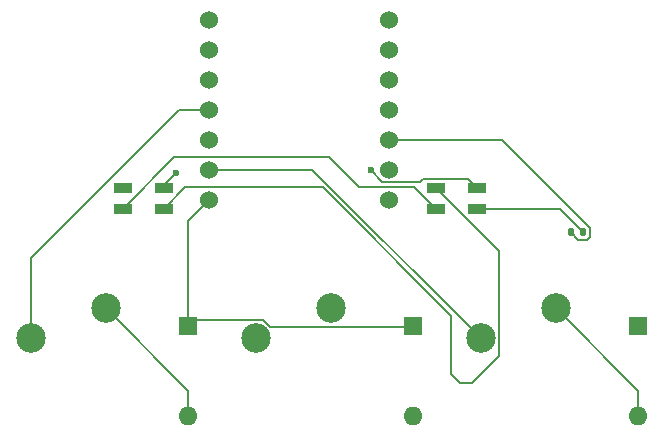
<source format=gbr>
%TF.GenerationSoftware,KiCad,Pcbnew,9.0.2*%
%TF.CreationDate,2025-06-03T16:06:49-07:00*%
%TF.ProjectId,osu_keypad,6f73755f-6b65-4797-9061-642e6b696361,rev?*%
%TF.SameCoordinates,Original*%
%TF.FileFunction,Copper,L1,Top*%
%TF.FilePolarity,Positive*%
%FSLAX46Y46*%
G04 Gerber Fmt 4.6, Leading zero omitted, Abs format (unit mm)*
G04 Created by KiCad (PCBNEW 9.0.2) date 2025-06-03 16:06:49*
%MOMM*%
%LPD*%
G01*
G04 APERTURE LIST*
G04 Aperture macros list*
%AMRoundRect*
0 Rectangle with rounded corners*
0 $1 Rounding radius*
0 $2 $3 $4 $5 $6 $7 $8 $9 X,Y pos of 4 corners*
0 Add a 4 corners polygon primitive as box body*
4,1,4,$2,$3,$4,$5,$6,$7,$8,$9,$2,$3,0*
0 Add four circle primitives for the rounded corners*
1,1,$1+$1,$2,$3*
1,1,$1+$1,$4,$5*
1,1,$1+$1,$6,$7*
1,1,$1+$1,$8,$9*
0 Add four rect primitives between the rounded corners*
20,1,$1+$1,$2,$3,$4,$5,0*
20,1,$1+$1,$4,$5,$6,$7,0*
20,1,$1+$1,$6,$7,$8,$9,0*
20,1,$1+$1,$8,$9,$2,$3,0*%
G04 Aperture macros list end*
%TA.AperFunction,SMDPad,CuDef*%
%ADD10R,1.600000X0.850000*%
%TD*%
%TA.AperFunction,ComponentPad*%
%ADD11C,2.500000*%
%TD*%
%TA.AperFunction,SMDPad,CuDef*%
%ADD12RoundRect,0.135000X-0.135000X-0.185000X0.135000X-0.185000X0.135000X0.185000X-0.135000X0.185000X0*%
%TD*%
%TA.AperFunction,ComponentPad*%
%ADD13R,1.600000X1.600000*%
%TD*%
%TA.AperFunction,ComponentPad*%
%ADD14O,1.600000X1.600000*%
%TD*%
%TA.AperFunction,ComponentPad*%
%ADD15C,1.524000*%
%TD*%
%TA.AperFunction,ViaPad*%
%ADD16C,0.600000*%
%TD*%
%TA.AperFunction,Conductor*%
%ADD17C,0.200000*%
%TD*%
G04 APERTURE END LIST*
D10*
%TO.P,D5,1,DOUT*%
%TO.N,unconnected-(D5-DOUT-Pad1)*%
X99225000Y-79975000D03*
%TO.P,D5,2,VSS*%
%TO.N,GND*%
X99225000Y-81725000D03*
%TO.P,D5,3,DIN*%
%TO.N,Net-(D4-DOUT)*%
X102725000Y-81725000D03*
%TO.P,D5,4,VDD*%
%TO.N,+5V*%
X102725000Y-79975000D03*
%TD*%
D11*
%TO.P,S2,1,1*%
%TO.N,C2*%
X110490000Y-92710000D03*
%TO.P,S2,2,2*%
%TO.N,Net-(D2-A)*%
X116840000Y-90170000D03*
%TD*%
D12*
%TO.P,R1(100R)1,1*%
%TO.N,Net-(U2-GPIO6{slash}SDA)*%
X137205000Y-83725000D03*
%TO.P,R1(100R)1,2*%
%TO.N,DIN*%
X138225000Y-83725000D03*
%TD*%
D10*
%TO.P,D4,1,DOUT*%
%TO.N,Net-(D4-DOUT)*%
X125725000Y-79975000D03*
%TO.P,D4,2,VSS*%
%TO.N,GND*%
X125725000Y-81725000D03*
%TO.P,D4,3,DIN*%
%TO.N,DIN*%
X129225000Y-81725000D03*
%TO.P,D4,4,VDD*%
%TO.N,+5V*%
X129225000Y-79975000D03*
%TD*%
D11*
%TO.P,S1,1,1*%
%TO.N,C1*%
X91440000Y-92710000D03*
%TO.P,S1,2,2*%
%TO.N,Net-(D1-A)*%
X97790000Y-90170000D03*
%TD*%
%TO.P,S3,1,1*%
%TO.N,C3*%
X129540000Y-92710000D03*
%TO.P,S3,2,2*%
%TO.N,Net-(D3-A)*%
X135890000Y-90170000D03*
%TD*%
D13*
%TO.P,D3,1,K*%
%TO.N,R1*%
X142875000Y-91678125D03*
D14*
%TO.P,D3,2,A*%
%TO.N,Net-(D3-A)*%
X142875000Y-99298125D03*
%TD*%
D13*
%TO.P,D2,1,K*%
%TO.N,R1*%
X123825000Y-91678125D03*
D14*
%TO.P,D2,2,A*%
%TO.N,Net-(D2-A)*%
X123825000Y-99298125D03*
%TD*%
D15*
%TO.P,U2,1,GPIO26/ADC0/A0*%
%TO.N,unconnected-(U2-GPIO26{slash}ADC0{slash}A0-Pad1)*%
X121799375Y-65722500D03*
%TO.P,U2,2,GPIO27/ADC1/A1*%
%TO.N,unconnected-(U2-GPIO27{slash}ADC1{slash}A1-Pad2)*%
X121799375Y-68262500D03*
%TO.P,U2,3,GPIO28/ADC2/A2*%
%TO.N,unconnected-(U2-GPIO28{slash}ADC2{slash}A2-Pad3)*%
X121799375Y-70802500D03*
%TO.P,U2,4,GPIO29/ADC3/A3*%
%TO.N,unconnected-(U2-GPIO29{slash}ADC3{slash}A3-Pad4)*%
X121799375Y-73342500D03*
%TO.P,U2,5,GPIO6/SDA*%
%TO.N,Net-(U2-GPIO6{slash}SDA)*%
X121799375Y-75882500D03*
%TO.P,U2,6,GPIO7/SCL*%
%TO.N,unconnected-(U2-GPIO7{slash}SCL-Pad6)*%
X121799375Y-78422500D03*
%TO.P,U2,7,GPIO0/TX*%
%TO.N,unconnected-(U2-GPIO0{slash}TX-Pad7)*%
X121799375Y-80962500D03*
%TO.P,U2,8,GPIO1/RX*%
%TO.N,R1*%
X106559375Y-80962500D03*
%TO.P,U2,9,GPIO2/SCK*%
%TO.N,C3*%
X106559375Y-78422500D03*
%TO.P,U2,10,GPIO4/MISO*%
%TO.N,C2*%
X106559375Y-75882500D03*
%TO.P,U2,11,GPIO3/MOSI*%
%TO.N,C1*%
X106559375Y-73342500D03*
%TO.P,U2,12,3V3*%
%TO.N,unconnected-(U2-3V3-Pad12)*%
X106559375Y-70802500D03*
%TO.P,U2,13,GND*%
%TO.N,unconnected-(U2-GND-Pad13)*%
X106559375Y-68262500D03*
%TO.P,U2,14,VBUS*%
%TO.N,+5V*%
X106559375Y-65722500D03*
%TD*%
D13*
%TO.P,D1,1,K*%
%TO.N,R1*%
X104775000Y-91678125D03*
D14*
%TO.P,D1,2,A*%
%TO.N,Net-(D1-A)*%
X104775000Y-99298125D03*
%TD*%
D16*
%TO.N,+5V*%
X120225000Y-78475000D03*
X103725000Y-78725000D03*
%TD*%
D17*
%TO.N,Net-(D1-A)*%
X104775000Y-99298125D02*
X104775000Y-97155000D01*
X104775000Y-97155000D02*
X97790000Y-90170000D01*
%TO.N,R1*%
X123825000Y-91678125D02*
X123782125Y-91721000D01*
X104775000Y-91678125D02*
X104775000Y-82746875D01*
X104775000Y-82746875D02*
X106559375Y-80962500D01*
X111132446Y-91159000D02*
X105294125Y-91159000D01*
X123782125Y-91721000D02*
X113109375Y-91721000D01*
X105294125Y-91159000D02*
X104775000Y-91678125D01*
X111694446Y-91721000D02*
X111132446Y-91159000D01*
X113109375Y-91721000D02*
X111694446Y-91721000D01*
%TO.N,Net-(D3-A)*%
X135890000Y-90170000D02*
X142875000Y-97155000D01*
X142875000Y-97155000D02*
X142875000Y-99298125D01*
%TO.N,C1*%
X91440000Y-85933000D02*
X104030500Y-73342500D01*
X91440000Y-92710000D02*
X91440000Y-85933000D01*
X104030500Y-73342500D02*
X106559375Y-73342500D01*
%TO.N,C3*%
X129540000Y-92710000D02*
X115252500Y-78422500D01*
X115252500Y-78422500D02*
X106559375Y-78422500D01*
%TO.N,+5V*%
X128499000Y-79249000D02*
X129225000Y-79975000D01*
X121235500Y-79485500D02*
X124387500Y-79485500D01*
X102725000Y-79725000D02*
X103725000Y-78725000D01*
X124387500Y-79485500D02*
X124624000Y-79249000D01*
X102725000Y-79975000D02*
X102725000Y-79725000D01*
X120225000Y-78475000D02*
X121235500Y-79485500D01*
X124624000Y-79249000D02*
X128499000Y-79249000D01*
%TO.N,GND*%
X99225000Y-81725000D02*
X103590500Y-77359500D01*
X103590500Y-77359500D02*
X116693065Y-77359500D01*
X116693065Y-77359500D02*
X119233065Y-79899500D01*
X123899500Y-79899500D02*
X125725000Y-81725000D01*
X119233065Y-79899500D02*
X123899500Y-79899500D01*
%TO.N,DIN*%
X129225000Y-81725000D02*
X136225000Y-81725000D01*
X136225000Y-81725000D02*
X138225000Y-83725000D01*
%TO.N,Net-(D4-DOUT)*%
X128777826Y-96476000D02*
X131091000Y-94162826D01*
X116162400Y-79899500D02*
X127044000Y-90781100D01*
X131091000Y-94162826D02*
X131091000Y-85341000D01*
X102725000Y-81725000D02*
X104550500Y-79899500D01*
X127044000Y-90781100D02*
X127044000Y-95757826D01*
X104550500Y-79899500D02*
X116162400Y-79899500D01*
X131091000Y-85341000D02*
X125725000Y-79975000D01*
X127044000Y-95757826D02*
X127762174Y-96476000D01*
X127762174Y-96476000D02*
X128777826Y-96476000D01*
%TO.N,Net-(U2-GPIO6{slash}SDA)*%
X138544340Y-84346000D02*
X138796000Y-84094340D01*
X137205000Y-83725000D02*
X137826000Y-84346000D01*
X131322840Y-75882500D02*
X121799375Y-75882500D01*
X138796000Y-84094340D02*
X138796000Y-83355660D01*
X137826000Y-84346000D02*
X138544340Y-84346000D01*
X138796000Y-83355660D02*
X131322840Y-75882500D01*
%TD*%
M02*

</source>
